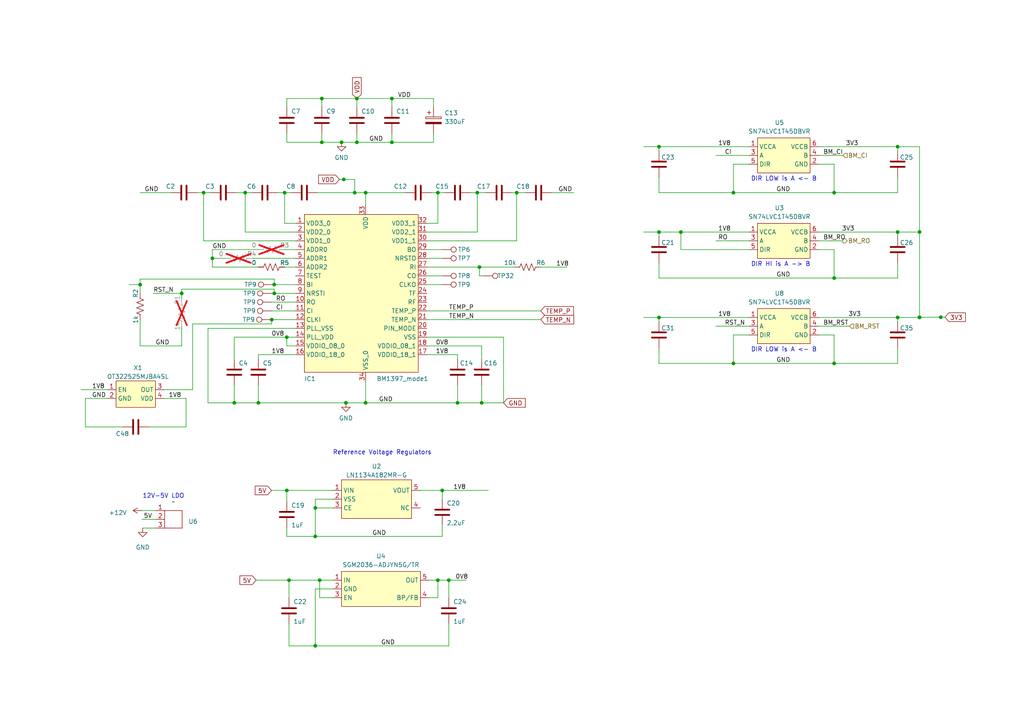
<source format=kicad_sch>
(kicad_sch (version 20230121) (generator eeschema)
  (paper "A4")
  (lib_symbols
    (symbol "5vldo:ldo"
      (property "Reference" "U" (at 0 0 0))
      (symbol "ldo_0_1"
        (rectangle (start -2.54 -7.62) (end 2.54 -7.62))
        (rectangle (start -2.54 -2.54) (end -2.54 -7.62))
        (rectangle (start -2.54 -2.54) (end 2.54 -2.54))
        (rectangle (start 2.54 -2.54) (end 2.54 -7.62))
      )
      (symbol "ldo_1_1"
        (pin input line (at -5.08 -2.54 0) (length 2.54) (name "") (number "1"))
        (pin input line (at -5.08 -5.08 0) (length 2.54) (name "") (number "2"))
        (pin input line (at -5.08 -7.62 0) (length 2.54) (name "") (number "3"))
      )
    )
    (symbol "Connector:TestPoint" (pin_numbers hide) (pin_names (offset 0.762) hide)
      (property "Reference" "TP" (at 0 6.858 0))
      (property "Value" "TestPoint" (at 0 5.08 0))
      (symbol "TestPoint_0_1"
        (circle (center 0 3.302) (radius 0.762))
      )
      (symbol "TestPoint_1_1"
        (pin passive line (at 0 0 90) (length 2.54) (name "1") (number "1"))
      )
    )
    (symbol "Device:C" (pin_numbers hide) (pin_names (offset 0.254))
      (property "Reference" "C" (at 0.635 2.54 0))
      (property "Value" "C" (at 0.635 -2.54 0))
      (symbol "C_0_1"
        (polyline (pts (xy -2.032 -0.762) (xy 2.032 -0.762)) (stroke (width 0.508)))
        (polyline (pts (xy -2.032 0.762) (xy 2.032 0.762)) (stroke (width 0.508)))
      )
      (symbol "C_1_1"
        (pin passive line (at 0 3.81 270) (length 2.794) (name "~") (number "1"))
        (pin passive line (at 0 -3.81 90) (length 2.794) (name "~") (number "2"))
      )
    )
    (symbol "Device:C_Polarized" (pin_numbers hide) (pin_names (offset 0.254))
      (property "Reference" "C" (at 0.635 2.54 0))
      (property "Value" "C_Polarized" (at 0.635 -2.54 0))
      (symbol "C_Polarized_0_1"
        (rectangle (start -2.286 0.508) (end 2.286 1.016))
        (polyline (pts (xy -1.778 2.286) (xy -0.762 2.286)))
        (polyline (pts (xy -1.27 2.794) (xy -1.27 1.778)))
        (rectangle (start 2.286 -0.508) (end -2.286 -1.016) (fill (type outline)))
      )
      (symbol "C_Polarized_1_1"
        (pin passive line (at 0 3.81 270) (length 2.794) (name "~") (number "1"))
        (pin passive line (at 0 -3.81 90) (length 2.794) (name "~") (number "2"))
      )
    )
    (symbol "Device:R_US" (pin_numbers hide) (pin_names (offset 0))
      (property "Reference" "R" (at 2.54 0 90))
      (property "Value" "R_US" (at -2.54 0 90))
      (symbol "R_US_0_1"
        (polyline (pts (xy 0 -2.286) (xy 0 -2.54)))
        (polyline (pts (xy 0 2.286) (xy 0 2.54)))
        (polyline (pts (xy 0 -0.762) (xy 1.016 -1.143) (xy 0 -1.524) (xy -1.016 -1.905) (xy 0 -2.286)))
        (polyline (pts (xy 0 0.762) (xy 1.016 0.381) (xy 0 0) (xy -1.016 -0.381) (xy 0 -0.762)))
        (polyline (pts (xy 0 2.286) (xy 1.016 1.905) (xy 0 1.524) (xy -1.016 1.143) (xy 0 0.762)))
      )
      (symbol "R_US_1_1"
        (pin passive line (at 0 3.81 270) (length 1.27) (name "~") (number "1"))
        (pin passive line (at 0 -3.81 90) (length 1.27) (name "~") (number "2"))
      )
    )
    (symbol "GND_1" (power) (pin_names (offset 0))
      (property "Value" "GND_1" (at 0 -3.81 0))
      (symbol "GND_1_0_1"
        (polyline (pts (xy 0 0) (xy 0 -1.27) (xy 1.27 -1.27) (xy 0 -2.54) (xy -1.27 -1.27) (xy 0 -1.27)))
      )
      (symbol "GND_1_1_1"
        (pin power_in line (at 0 0 270) (length 0) hide (name "GND") (number "1"))
      )
    )
    (symbol "bitaxe:BM1397_mode1"
      (property "Reference" "IC" (at -17.78 17.78 0))
      (property "Value" "BM1397_mode1" (at -17.78 -30.48 0))
      (symbol "BM1397_mode1_1_0"
        (pin bidirectional line (at -20.32 15.24 0) (length 2.54) (name "VDD3_0") (number "1"))
        (pin bidirectional line (at -20.32 -7.62 0) (length 2.54) (name "RO") (number "10"))
        (pin bidirectional line (at -20.32 -10.16 0) (length 2.54) (name "CI") (number "11"))
        (pin bidirectional line (at -20.32 -12.7 0) (length 2.54) (name "CLKI") (number "12"))
        (pin bidirectional line (at -20.32 -15.24 0) (length 2.54) (name "PLL_VSS") (number "13"))
        (pin bidirectional line (at -20.32 -17.78 0) (length 2.54) (name "PLL_VDD") (number "14"))
        (pin bidirectional line (at -20.32 -20.32 0) (length 2.54) (name "VDDIO_08_0") (number "15"))
        (pin bidirectional line (at -20.32 -22.86 0) (length 2.54) (name "VDDIO_18_0") (number "16"))
        (pin bidirectional line (at 17.78 -22.86 180) (length 2.54) (name "VDDIO_18_1") (number "17"))
        (pin bidirectional line (at 17.78 -20.32 180) (length 2.54) (name "VDDIO_08_1") (number "18"))
        (pin bidirectional line (at 17.78 -17.78 180) (length 2.54) (name "VSS") (number "19"))
        (pin bidirectional line (at -20.32 12.7 0) (length 2.54) (name "VDD2_0") (number "2"))
        (pin bidirectional line (at 17.78 -15.24 180) (length 2.54) (name "PIN_MODE") (number "20"))
        (pin bidirectional line (at 17.78 -12.7 180) (length 2.54) (name "TEMP_N") (number "21"))
        (pin bidirectional line (at 17.78 -10.16 180) (length 2.54) (name "TEMP_P") (number "22"))
        (pin bidirectional line (at 17.78 -7.62 180) (length 2.54) (name "RF") (number "23"))
        (pin bidirectional line (at 17.78 -5.08 180) (length 2.54) (name "TF") (number "24"))
        (pin bidirectional line (at 17.78 -2.54 180) (length 2.54) (name "CLKO") (number "25"))
        (pin bidirectional line (at 17.78 0 180) (length 2.54) (name "CO") (number "26"))
        (pin bidirectional line (at 17.78 2.54 180) (length 2.54) (name "RI") (number "27"))
        (pin bidirectional line (at 17.78 5.08 180) (length 2.54) (name "NRSTO") (number "28"))
        (pin bidirectional line (at 17.78 7.62 180) (length 2.54) (name "BO") (number "29"))
        (pin bidirectional line (at -20.32 10.16 0) (length 2.54) (name "VDD1_0") (number "3"))
        (pin bidirectional line (at 17.78 10.16 180) (length 2.54) (name "VDD1_1") (number "30"))
        (pin bidirectional line (at 17.78 12.7 180) (length 2.54) (name "VDD2_1") (number "31"))
        (pin bidirectional line (at 17.78 15.24 180) (length 2.54) (name "VDD3_1") (number "32"))
        (pin bidirectional line (at 0 20.32 270) (length 2.54) (name "VDD") (number "33"))
        (pin bidirectional line (at 0 -30.48 90) (length 2.54) (name "VSS_0") (number "34"))
        (pin bidirectional line (at -20.32 7.62 0) (length 2.54) (name "ADDR0") (number "4"))
        (pin bidirectional line (at -20.32 5.08 0) (length 2.54) (name "ADDR1") (number "5"))
        (pin bidirectional line (at -20.32 2.54 0) (length 2.54) (name "ADDR2") (number "6"))
        (pin bidirectional line (at -20.32 0 0) (length 2.54) (name "TEST") (number "7"))
        (pin bidirectional line (at -20.32 -2.54 0) (length 2.54) (name "BI") (number "8"))
        (pin bidirectional line (at -20.32 -5.08 0) (length 2.54) (name "NRSTI") (number "9"))
      )
      (symbol "BM1397_mode1_1_1"
        (rectangle (start -17.78 17.78) (end 15.24 -27.94) (stroke (width 0.1524)) (fill (type background)))
      )
    )
    (symbol "lcsc:LN1134A182MR-G"
      (property "Reference" "U" (at 0 7.62 0))
      (property "Value" "LN1134A182MR-G" (at 0 -7.62 0))
      (symbol "LN1134A182MR-G_0_1"
        (rectangle (start -10.16 5.59) (end 10.16 -5.59) (fill (type background)))
        (pin unspecified line (at -12.7 2.54 0) (length 2.54) (name "VIN") (number "1"))
        (pin unspecified line (at -12.7 0 0) (length 2.54) (name "VSS") (number "2"))
        (pin unspecified line (at -12.7 -2.54 0) (length 2.54) (name "CE") (number "3"))
        (pin unspecified line (at 12.7 -2.54 180) (length 2.54) (name "NC") (number "4"))
        (pin unspecified line (at 12.7 2.54 180) (length 2.54) (name "VOUT") (number "5"))
      )
    )
    (symbol "lcsc:OT322525MJBA4SL"
      (property "Reference" "X" (at -1.27 5.08 0))
      (property "Value" "OT322525MJBA4SL" (at 0 -6.35 0))
      (symbol "OT322525MJBA4SL_0_1"
        (rectangle (start -6.35 3.81) (end 5.08 -3.81) (fill (type background)))
        (pin unspecified line (at -8.89 1.27 0) (length 2.54) (name "EN") (number "1"))
        (pin unspecified line (at -8.89 -1.27 0) (length 2.54) (name "GND") (number "2"))
        (pin unspecified line (at 7.62 1.27 180) (length 2.54) (name "OUT") (number "3"))
        (pin unspecified line (at 7.62 -1.27 180) (length 2.54) (name "VDD") (number "4"))
      )
    )
    (symbol "lcsc:SGM2036-ADJYN5G_TR"
      (property "Reference" "U" (at 0 7.62 0))
      (property "Value" "SGM2036-ADJYN5G/TR" (at 0 -7.62 0))
      (symbol "SGM2036-ADJYN5G_TR_0_1"
        (rectangle (start -11.43 5.08) (end 11.43 -5.08) (fill (type background)))
        (pin unspecified line (at -13.97 2.54 0) (length 2.54) (name "IN") (number "1"))
        (pin unspecified line (at -13.97 0 0) (length 2.54) (name "GND") (number "2"))
        (pin unspecified line (at -13.97 -2.54 0) (length 2.54) (name "EN") (number "3"))
        (pin unspecified line (at 13.97 -2.54 180) (length 2.54) (name "BP/FB") (number "4"))
        (pin unspecified line (at 13.97 2.54 180) (length 2.54) (name "OUT") (number "5"))
      )
    )
    (symbol "lcsc:SN74LVC1T45DBVR"
      (property "Reference" "U" (at 0 7.62 0))
      (property "Value" "SN74LVC1T45DBVR" (at 0 -7.62 0))
      (symbol "SN74LVC1T45DBVR_0_1"
        (rectangle (start -6.35 5.08) (end 8.89 -5.08) (fill (type background)))
        (pin unspecified line (at -8.89 2.54 0) (length 2.54) (name "VCCA") (number "1"))
        (pin unspecified line (at 11.43 -2.54 180) (length 2.54) (name "GND") (number "2"))
        (pin unspecified line (at -8.89 0 0) (length 2.54) (name "A") (number "3"))
        (pin unspecified line (at 11.43 0 180) (length 2.54) (name "B") (number "4"))
        (pin unspecified line (at -8.89 -2.54 0) (length 2.54) (name "DIR") (number "5"))
        (pin unspecified line (at 11.43 2.54 180) (length 2.54) (name "VCCB") (number "6"))
      )
    )
    (symbol "power:+12V" (power) (pin_names (offset 0))
      (property "Value" "+12V" (at 0 3.556 0))
      (symbol "+12V_0_1"
        (polyline (pts (xy -0.762 1.27) (xy 0 2.54)))
        (polyline (pts (xy 0 0) (xy 0 2.54)))
        (polyline (pts (xy 0 2.54) (xy 0.762 1.27)))
      )
      (symbol "+12V_1_1"
        (pin power_in line (at 0 0 90) (length 0) hide (name "+12V") (number "1"))
      )
    )
    (symbol "power:GND" (power) (pin_names (offset 0))
      (property "Value" "GND" (at 0 -3.81 0))
      (symbol "GND_0_1"
        (polyline (pts (xy 0 0) (xy 0 -1.27) (xy 1.27 -1.27) (xy 0 -2.54) (xy -1.27 -1.27) (xy 0 -1.27)))
      )
      (symbol "GND_1_1"
        (pin power_in line (at 0 0 270) (length 0) hide (name "GND") (number "1"))
      )
    )
  )
  (junction (at 241.935 55.88))
  (junction (at 272.8722 91.9988))
  (junction (at 91.44 155.575))
  (junction (at 83.185 97.79))
  (junction (at 99.06 41.275))
  (junction (at 92.71 168.275))
  (junction (at 191.135 92.075))
  (junction (at 241.935 105.41))
  (junction (at 103.505 28.575) (diameter 0.9144))
  (junction (at 91.44 187.325))
  (junction (at 139.7 116.84))
  (junction (at 197.485 67.31))
  (junction (at 91.44 147.32))
  (junction (at 93.345 41.275) (diameter 0.9144))
  (junction (at 61.595 74.93))
  (junction (at 106.045 116.84))
  (junction (at 191.135 67.31))
  (junction (at 102.87 55.88))
  (junction (at 138.43 55.88))
  (junction (at 260.35 42.545))
  (junction (at 79.5528 85.09))
  (junction (at 82.55 55.88))
  (junction (at 99.695 52.0446))
  (junction (at 260.35 92.075))
  (junction (at 106.045 55.88))
  (junction (at 212.725 55.88))
  (junction (at 40.64 82.55))
  (junction (at 83.82 168.275))
  (junction (at 127 168.275))
  (junction (at 71.12 55.88))
  (junction (at 79.5274 82.55))
  (junction (at 113.665 41.275))
  (junction (at 130.175 168.275))
  (junction (at 103.505 41.275) (diameter 0.9144))
  (junction (at 266.7 92.075))
  (junction (at 266.7 92.0242))
  (junction (at 241.935 80.645))
  (junction (at 93.345 28.575) (diameter 0.9144))
  (junction (at 113.665 28.575))
  (junction (at 266.7 67.2846))
  (junction (at 260.35 67.31))
  (junction (at 100.33 116.84))
  (junction (at 132.715 116.84))
  (junction (at 191.135 42.545))
  (junction (at 78.8162 92.71))
  (junction (at 149.86 55.88))
  (junction (at 212.725 105.41))
  (junction (at 127 55.88))
  (junction (at 74.93 116.84))
  (junction (at 59.055 55.88))
  (junction (at 139.065 77.47))
  (junction (at 52.705 85.09))
  (junction (at 128.27 142.24))
  (junction (at 83.185 142.24))
  (junction (at 67.945 116.84))
  (wire (pts (xy 67.945 104.14) (xy 67.945 97.79)))
  (wire (pts (xy 100.33 116.84) (xy 106.045 116.84)))
  (wire (pts (xy 121.92 142.24) (xy 128.27 142.24)))
  (wire (pts (xy 79.5274 80.9498) (xy 40.64 80.9498)))
  (wire (pts (xy 139.065 77.47) (xy 149.225 77.47)))
  (wire (pts (xy 106.045 116.84) (xy 106.045 110.49)))
  (wire (pts (xy 99.695 52.0446) (xy 102.87 52.07)))
  (wire (pts (xy 160.02 55.88) (xy 166.37 55.88)))
  (wire (pts (xy 103.505 31.115) (xy 103.505 28.575)))
  (wire (pts (xy 71.12 55.88) (xy 73.025 55.88)))
  (wire (pts (xy 93.345 41.275) (xy 83.185 41.275)))
  (wire (pts (xy 91.44 170.815) (xy 91.44 187.325)))
  (wire (pts (xy 266.7 92.0242) (xy 266.7 92.075)))
  (wire (pts (xy 85.725 69.85) (xy 59.055 69.85)))
  (wire (pts (xy 60.325 116.84) (xy 67.945 116.84)))
  (wire (pts (xy 123.825 90.17) (xy 156.845 90.17)))
  (wire (pts (xy 113.665 28.575) (xy 115.3668 28.5496)))
  (wire (pts (xy 71.12 67.31) (xy 71.12 55.88)))
  (wire (pts (xy 24.765 123.825) (xy 35.56 123.825)))
  (wire (pts (xy 83.185 97.79) (xy 85.725 97.79)))
  (wire (pts (xy 191.135 92.075) (xy 217.17 92.075)))
  (wire (pts (xy 139.7 116.84) (xy 146.05 116.84)))
  (wire (pts (xy 91.44 147.32) (xy 91.44 155.575)))
  (wire (pts (xy 130.175 180.975) (xy 130.175 187.325)))
  (wire (pts (xy 37.465 82.55) (xy 40.64 82.55)))
  (wire (pts (xy 41.148 150.622) (xy 45.212 150.622)))
  (wire (pts (xy 59.055 55.88) (xy 60.96 55.88)))
  (wire (pts (xy 191.135 76.2) (xy 191.135 80.645)))
  (wire (pts (xy 266.7 92.0242) (xy 272.8722 91.9988)))
  (wire (pts (xy 237.49 92.075) (xy 260.35 92.075)))
  (wire (pts (xy 53.975 115.57) (xy 47.625 115.57)))
  (wire (pts (xy 266.7 92.075) (xy 266.7508 92.075)))
  (wire (pts (xy 128.27 142.24) (xy 128.27 144.78)))
  (wire (pts (xy 106.045 116.84) (xy 132.715 116.84)))
  (wire (pts (xy 93.345 28.575) (xy 103.505 28.575)))
  (wire (pts (xy 197.485 67.31) (xy 197.485 72.39)))
  (wire (pts (xy 78.74 142.24) (xy 83.185 142.24)))
  (wire (pts (xy 93.345 31.115) (xy 93.345 28.575)))
  (wire (pts (xy 113.665 31.115) (xy 113.665 28.575)))
  (wire (pts (xy 212.725 47.625) (xy 212.725 55.88)))
  (wire (pts (xy 67.945 97.79) (xy 83.185 97.79)))
  (wire (pts (xy 59.055 69.85) (xy 59.055 55.88)))
  (wire (pts (xy 197.485 67.31) (xy 217.17 67.31)))
  (wire (pts (xy 237.49 94.615) (xy 246.38 94.615)))
  (wire (pts (xy 148.59 55.88) (xy 149.86 55.88)))
  (wire (pts (xy 40.64 100.33) (xy 52.705 100.33)))
  (wire (pts (xy 139.7 100.33) (xy 139.7 104.14)))
  (wire (pts (xy 138.43 67.31) (xy 138.43 55.88)))
  (wire (pts (xy 73.025 74.93) (xy 85.725 74.93)))
  (wire (pts (xy 113.665 41.275) (xy 103.505 41.275)))
  (wire (pts (xy 139.7 111.76) (xy 139.7 116.84)))
  (wire (pts (xy 85.725 67.31) (xy 71.12 67.31)))
  (wire (pts (xy 191.135 92.075) (xy 191.135 93.345)))
  (wire (pts (xy 99.06 41.275) (xy 93.345 41.275)))
  (wire (pts (xy 149.86 69.85) (xy 149.86 55.88)))
  (wire (pts (xy 67.945 111.76) (xy 67.945 116.84)))
  (wire (pts (xy 260.35 42.545) (xy 266.7 42.545)))
  (wire (pts (xy 123.825 69.85) (xy 149.86 69.85)))
  (wire (pts (xy 191.135 67.31) (xy 191.135 68.58)))
  (wire (pts (xy 127 168.275) (xy 127 173.355)))
  (wire (pts (xy 132.715 102.87) (xy 132.715 104.14)))
  (wire (pts (xy 266.7 42.545) (xy 266.7 67.2846)))
  (wire (pts (xy 31.115 115.57) (xy 24.765 115.57)))
  (wire (pts (xy 61.595 77.47) (xy 74.93 77.47)))
  (wire (pts (xy 83.185 155.575) (xy 91.44 155.575)))
  (wire (pts (xy 146.05 97.79) (xy 123.825 97.79)))
  (wire (pts (xy 78.486 92.71) (xy 78.8162 92.71)))
  (wire (pts (xy 186.69 42.545) (xy 191.135 42.545)))
  (wire (pts (xy 96.52 144.78) (xy 91.44 144.78)))
  (wire (pts (xy 123.825 72.39) (xy 128.27 72.39)))
  (wire (pts (xy 125.73 31.115) (xy 125.73 28.575)))
  (wire (pts (xy 44.45 85.09) (xy 52.705 85.09)))
  (wire (pts (xy 98.4504 52.0446) (xy 99.695 52.0446)))
  (wire (pts (xy 237.49 47.625) (xy 241.935 47.625)))
  (wire (pts (xy 83.185 153.035) (xy 83.185 155.575)))
  (wire (pts (xy 237.49 67.31) (xy 260.35 67.31)))
  (wire (pts (xy 260.35 67.31) (xy 266.7 67.31)))
  (wire (pts (xy 24.765 115.57) (xy 24.765 123.825)))
  (wire (pts (xy 212.725 55.88) (xy 241.935 55.88)))
  (wire (pts (xy 91.44 187.325) (xy 83.82 187.325)))
  (wire (pts (xy 74.93 102.87) (xy 85.725 102.87)))
  (wire (pts (xy 140.335 80.01) (xy 139.065 80.01)))
  (wire (pts (xy 103.505 28.575) (xy 113.665 28.575)))
  (wire (pts (xy 78.8162 92.71) (xy 85.725 92.71)))
  (wire (pts (xy 217.17 72.39) (xy 197.485 72.39)))
  (wire (pts (xy 241.935 55.88) (xy 260.35 55.88)))
  (wire (pts (xy 260.35 92.075) (xy 260.35 93.345)))
  (wire (pts (xy 82.55 77.47) (xy 85.725 77.47)))
  (wire (pts (xy 78.994 82.55) (xy 79.5274 82.55)))
  (wire (pts (xy 92.71 168.275) (xy 96.52 168.275)))
  (wire (pts (xy 78.8162 93.9546) (xy 55.88 93.9546)))
  (wire (pts (xy 52.705 83.8708) (xy 52.705 85.09)))
  (wire (pts (xy 83.185 100.33) (xy 83.185 97.79)))
  (wire (pts (xy 124.46 168.275) (xy 127 168.275)))
  (wire (pts (xy 217.17 47.625) (xy 212.725 47.625)))
  (wire (pts (xy 82.55 72.39) (xy 85.725 72.39)))
  (wire (pts (xy 132.715 111.76) (xy 132.715 116.84)))
  (wire (pts (xy 146.05 116.84) (xy 146.05 97.79)))
  (wire (pts (xy 123.825 102.87) (xy 132.715 102.87)))
  (wire (pts (xy 96.52 170.815) (xy 91.44 170.815)))
  (wire (pts (xy 123.825 82.55) (xy 128.27 82.55)))
  (wire (pts (xy 212.725 97.155) (xy 212.725 105.41)))
  (wire (pts (xy 113.665 41.275) (xy 125.73 41.275)))
  (wire (pts (xy 260.35 80.645) (xy 260.35 76.2)))
  (wire (pts (xy 274.0914 91.9988) (xy 272.8722 91.9988)))
  (wire (pts (xy 207.645 45.085) (xy 217.17 45.085)))
  (wire (pts (xy 191.135 51.435) (xy 191.135 55.88)))
  (wire (pts (xy 41.148 148.082) (xy 45.212 148.082)))
  (wire (pts (xy 47.625 113.03) (xy 55.88 113.03)))
  (wire (pts (xy 85.725 64.77) (xy 82.55 64.77)))
  (wire (pts (xy 52.705 94.615) (xy 52.705 100.33)))
  (wire (pts (xy 57.15 55.88) (xy 59.055 55.88)))
  (wire (pts (xy 93.345 38.735) (xy 93.345 41.275)))
  (wire (pts (xy 127 168.275) (xy 130.175 168.275)))
  (wire (pts (xy 92.71 173.355) (xy 92.71 168.275)))
  (wire (pts (xy 79.5528 85.09) (xy 79.5528 83.8708)))
  (wire (pts (xy 85.725 100.33) (xy 83.185 100.33)))
  (wire (pts (xy 78.74 90.17) (xy 85.725 90.17)))
  (wire (pts (xy 123.825 64.77) (xy 127 64.77)))
  (wire (pts (xy 103.505 41.275) (xy 99.06 41.275)))
  (wire (pts (xy 123.825 74.93) (xy 128.27 74.93)))
  (wire (pts (xy 127 55.88) (xy 128.905 55.88)))
  (wire (pts (xy 241.935 47.625) (xy 241.935 55.88)))
  (wire (pts (xy 139.065 80.01) (xy 139.065 77.47)))
  (wire (pts (xy 74.93 111.76) (xy 74.93 116.84)))
  (wire (pts (xy 191.135 67.31) (xy 197.485 67.31)))
  (wire (pts (xy 132.715 116.84) (xy 139.7 116.84)))
  (wire (pts (xy 237.49 97.155) (xy 241.935 97.155)))
  (wire (pts (xy 79.5528 83.8708) (xy 52.705 83.8708)))
  (wire (pts (xy 102.87 52.07) (xy 102.87 55.88)))
  (wire (pts (xy 130.175 168.275) (xy 130.175 173.355)))
  (wire (pts (xy 43.18 123.825) (xy 53.975 123.825)))
  (wire (pts (xy 212.725 105.41) (xy 241.935 105.41)))
  (wire (pts (xy 80.645 55.88) (xy 82.55 55.88)))
  (wire (pts (xy 96.52 173.355) (xy 92.71 173.355)))
  (wire (pts (xy 23.495 113.03) (xy 31.115 113.03)))
  (wire (pts (xy 78.8162 92.71) (xy 78.8162 93.9546)))
  (wire (pts (xy 91.44 147.32) (xy 96.52 147.32)))
  (wire (pts (xy 113.665 38.735) (xy 113.665 41.275)))
  (wire (pts (xy 53.975 123.825) (xy 53.975 115.57)))
  (wire (pts (xy 149.86 55.88) (xy 152.4 55.88)))
  (wire (pts (xy 237.49 42.545) (xy 260.35 42.545)))
  (wire (pts (xy 91.44 155.575) (xy 128.27 155.575)))
  (wire (pts (xy 83.82 187.325) (xy 83.82 180.975)))
  (wire (pts (xy 40.64 92.71) (xy 40.64 100.33)))
  (wire (pts (xy 83.185 28.575) (xy 93.345 28.575)))
  (wire (pts (xy 207.645 69.85) (xy 217.17 69.85)))
  (wire (pts (xy 40.64 82.55) (xy 40.64 85.09)))
  (wire (pts (xy 191.135 105.41) (xy 212.725 105.41)))
  (wire (pts (xy 91.44 187.325) (xy 130.175 187.325)))
  (wire (pts (xy 40.64 55.88) (xy 49.53 55.88)))
  (wire (pts (xy 241.935 80.645) (xy 260.35 80.645)))
  (wire (pts (xy 74.93 104.14) (xy 74.93 102.87)))
  (wire (pts (xy 266.7 67.2846) (xy 266.7 92.0242)))
  (wire (pts (xy 106.045 55.88) (xy 106.045 59.69)))
  (wire (pts (xy 99.695 52.07) (xy 99.695 52.0446)))
  (wire (pts (xy 78.74 87.63) (xy 85.725 87.63)))
  (wire (pts (xy 272.923 91.948) (xy 272.8722 91.9988)))
  (wire (pts (xy 191.135 80.645) (xy 241.935 80.645)))
  (wire (pts (xy 128.27 142.24) (xy 141.605 142.24)))
  (wire (pts (xy 102.87 55.88) (xy 106.045 55.88)))
  (wire (pts (xy 78.74 85.09) (xy 79.5528 85.09)))
  (wire (pts (xy 68.58 55.88) (xy 71.12 55.88)))
  (wire (pts (xy 123.825 100.33) (xy 139.7 100.33)))
  (wire (pts (xy 61.595 74.93) (xy 61.595 77.47)))
  (wire (pts (xy 79.5274 82.55) (xy 79.5274 80.9498)))
  (wire (pts (xy 91.44 144.78) (xy 91.44 147.32)))
  (wire (pts (xy 130.175 168.275) (xy 135.255 168.275)))
  (wire (pts (xy 79.5528 85.09) (xy 85.725 85.09)))
  (wire (pts (xy 83.185 31.115) (xy 83.185 28.575)))
  (wire (pts (xy 74.93 72.39) (xy 61.595 72.39)))
  (wire (pts (xy 241.935 97.155) (xy 241.935 105.41)))
  (wire (pts (xy 117.475 55.88) (xy 106.045 55.88)))
  (wire (pts (xy 241.935 105.41) (xy 260.35 105.41)))
  (wire (pts (xy 83.185 38.735) (xy 83.185 41.275)))
  (wire (pts (xy 83.185 142.24) (xy 96.52 142.24)))
  (wire (pts (xy 266.7 67.2846) (xy 266.7508 67.2846)))
  (wire (pts (xy 103.505 38.735) (xy 103.505 41.275)))
  (wire (pts (xy 260.35 55.88) (xy 260.35 51.435)))
  (wire (pts (xy 237.49 72.39) (xy 241.935 72.39)))
  (wire (pts (xy 191.135 42.545) (xy 191.135 43.815)))
  (wire (pts (xy 41.402 153.162) (xy 45.212 153.162)))
  (wire (pts (xy 260.35 92.075) (xy 266.7 92.075)))
  (wire (pts (xy 237.49 69.85) (xy 244.475 69.85)))
  (wire (pts (xy 82.55 55.88) (xy 84.455 55.88)))
  (wire (pts (xy 186.69 67.31) (xy 191.135 67.31)))
  (wire (pts (xy 127 64.77) (xy 127 55.88)))
  (wire (pts (xy 186.69 92.075) (xy 191.135 92.075)))
  (wire (pts (xy 207.645 94.615) (xy 217.17 94.615)))
  (wire (pts (xy 123.825 67.31) (xy 138.43 67.31)))
  (wire (pts (xy 191.135 100.965) (xy 191.135 105.41)))
  (wire (pts (xy 123.825 77.47) (xy 139.065 77.47)))
  (wire (pts (xy 191.135 55.88) (xy 212.725 55.88)))
  (wire (pts (xy 191.135 42.545) (xy 217.17 42.545)))
  (wire (pts (xy 123.825 80.01) (xy 128.27 80.01)))
  (wire (pts (xy 40.64 80.9498) (xy 40.64 82.55)))
  (wire (pts (xy 52.705 85.09) (xy 52.705 86.995)))
  (wire (pts (xy 272.8722 91.9988) (xy 272.923 92.0242)))
  (wire (pts (xy 237.49 45.085) (xy 244.475 45.085)))
  (wire (pts (xy 55.88 93.9546) (xy 55.88 113.03)))
  (wire (pts (xy 115.3668 28.5496) (xy 125.73 28.575)))
  (wire (pts (xy 67.945 116.84) (xy 74.93 116.84)))
  (wire (pts (xy 83.185 142.24) (xy 83.185 145.415)))
  (wire (pts (xy 79.5274 82.55) (xy 85.725 82.55)))
  (wire (pts (xy 260.35 42.545) (xy 260.35 43.815)))
  (wire (pts (xy 61.595 74.93) (xy 65.405 74.93)))
  (wire (pts (xy 82.55 55.88) (xy 82.55 64.77)))
  (wire (pts (xy 138.43 55.88) (xy 140.97 55.88)))
  (wire (pts (xy 156.845 77.47) (xy 164.465 77.47)))
  (wire (pts (xy 125.73 38.735) (xy 125.73 41.275)))
  (wire (pts (xy 83.82 168.275) (xy 92.71 168.275)))
  (wire (pts (xy 260.35 105.41) (xy 260.35 100.965)))
  (wire (pts (xy 83.82 168.275) (xy 83.82 173.355)))
  (wire (pts (xy 217.17 97.155) (xy 212.725 97.155)))
  (wire (pts (xy 241.935 72.39) (xy 241.935 80.645)))
  (wire (pts (xy 128.27 155.575) (xy 128.27 152.4)))
  (wire (pts (xy 136.525 55.88) (xy 138.43 55.88)))
  (wire (pts (xy 260.35 67.31) (xy 260.35 68.58)))
  (wire (pts (xy 60.325 95.25) (xy 60.325 116.84)))
  (wire (pts (xy 60.325 95.25) (xy 85.725 95.25)))
  (wire (pts (xy 123.825 92.71) (xy 156.845 92.71)))
  (wire (pts (xy 74.93 116.84) (xy 100.33 116.84)))
  (wire (pts (xy 125.095 55.88) (xy 127 55.88)))
  (wire (pts (xy 61.595 72.39) (xy 61.595 74.93)))
  (wire (pts (xy 92.075 55.88) (xy 102.87 55.88)))
  (wire (pts (xy 124.46 173.355) (xy 127 173.355)))
  (wire (pts (xy 74.295 168.275) (xy 83.82 168.275)))
  (text "Reference Voltage Regulators" (at 96.52 132.08 0) (effects (font (size 1.27 1.27)) (justify left bottom)))
  (text "12V-5V LDO" (at 41.3258 144.7038 0) (effects (font (size 1.27 1.27)) (justify left bottom)))
  (text "DIR HI is A -> B" (at 217.805 77.47 0) (effects (font (size 1.27 1.27)) (justify left bottom)))
  (text "DIR LOW is A <- B" (at 217.805 52.705 0) (effects (font (size 1.27 1.27)) (justify left bottom)))
  (text "DIR LOW is A <- B" (at 217.805 102.235 0) (effects (font (size 1.27 1.27)) (justify left bottom)))
  (label "RO" (at 80.01 87.63 0))
  (label "GND" (at 111.125 41.275 180))
  (label "BM_RO" (at 238.76 69.85 0))
  (label "BM_RST" (at 238.76 94.615 0))
  (label "CI" (at 210.185 45.085 0))
  (label "3V3" (at 245.2624 42.545 0))
  (label "GND" (at 26.67 115.57 0))
  (label "GND" (at 41.91 55.88 0))
  (label "1V8" (at 131.445 142.24 0))
  (label "GND" (at 110.49 187.325 0))
  (label "BM_CI" (at 238.76 45.085 0))
  (label "1V8" (at 26.67 113.03 0))
  (label "GND" (at 45.085 100.33 0))
  (label "3V3" (at 244.1448 67.31 0))
  (label "RO" (at 208.28 69.85 0))
  (label "5V" (at 41.656 150.622 0))
  (label "3V3" (at 246.0244 92.075 0))
  (label "GND" (at 107.95 155.575 0))
  (label "1V8" (at 208.28 42.545 0))
  (label "RST_N" (at 44.45 85.09 0))
  (label "GND" (at 109.855 116.84 0))
  (label "CI" (at 80.01 90.17 0))
  (label "1V8" (at 208.28 92.075 0))
  (label "VDD" (at 115.3668 28.5496 0))
  (label "GND" (at 61.595 72.39 0))
  (label "GND" (at 229.235 80.645 180))
  (label "GND" (at 229.235 55.88 180))
  (label "GND" (at 161.925 55.88 0))
  (label "TEMP_P" (at 130.175 90.17 0))
  (label "1V8" (at 208.28 67.31 0))
  (label "0V8" (at 78.74 97.79 0))
  (label "RST_N" (at 210.185 94.615 0))
  (label "TEMP_N" (at 130.175 92.71 0))
  (label "1V8" (at 78.74 102.87 0))
  (label "1V8" (at 161.29 77.47 0))
  (label "0V8" (at 126.365 100.33 0))
  (label "GND" (at 229.235 105.41 180))
  (label "0V8" (at 132.08 168.275 0))
  (label "1V8" (at 126.365 102.87 0))
  (label "1V8" (at 48.895 115.57 0))
  (global_label "3V3" (shape input) (at 274.0914 91.9988 0) (property "Intersheetrefs" "${INTERSHEET_REFS}" (effects hide)))
  (global_label "TEMP_P" (shape input) (at 156.845 90.17 0) (property "Intersheetrefs" "${INTERSHEET_REFS}" (effects hide)))
  (global_label "5V" (shape input) (at 78.74 142.24 180) (property "Intersheetrefs" "${INTERSHEET_REFS}" (effects hide)))
  (global_label "GND" (shape input) (at 146.05 116.84 0) (property "Intersheetrefs" "${INTERSHEET_REFS}" (effects hide)))
  (global_label "VDD" (shape input) (at 103.505 28.5496 90) (property "Intersheetrefs" "${INTERSHEET_REFS}" (effects hide)))
  (global_label "5V" (shape input) (at 74.295 168.275 180) (property "Intersheetrefs" "${INTERSHEET_REFS}" (effects hide)))
  (global_label "VDD" (shape input) (at 98.4504 52.0446 180) (property "Intersheetrefs" "${INTERSHEET_REFS}" (effects hide)))
  (global_label "TEMP_N" (shape input) (at 156.845 92.71 0) (property "Intersheetrefs" "${INTERSHEET_REFS}" (effects hide)))
  (hierarchical_label "BM_CI" (shape input) (at 244.475 45.085 0))
  (hierarchical_label "BM_RST" (shape input) (at 246.38 94.615 0))
  (hierarchical_label "BM_RO" (shape output) (at 244.475 69.85 0))
  (symbol (lib_id "lcsc:SGM2036-ADJYN5G_TR") (at 110.49 170.815 0) (unit 1)
    (property "Reference" "U4" (at 110.49 161.29 0))
    (property "Value" "SGM2036-ADJYN5G/TR" (at 110.49 163.83 0))
    (property "Footprint" "EASYEDA2KICAD:SOT-23-5_L3.0-W1.7-P0.95-LS2.8-BR" (effects hide))
    (property "Datasheet" "https://lcsc.com/product-detail/Others_SG-Micro-SGM2036-ADJYN5G-TR_C194594.html" (effects hide))
    (property "Manufacturer" "SGMICRO(圣邦微)" (effects hide))
    (property "LCSC Part" "C194594" (effects hide))
    (property "JLC Part" "Extended Part" (effects hide))
  )
  (symbol (lib_id "Device:C") (at 93.345 34.925 0) (unit 1)
    (property "Reference" "C9" (at 94.615 33.02 0) (effects (justify left bottom)))
    (property "Value" "0.1uF" (at 94.615 38.1 0) (effects (justify left bottom)))
    (property "Footprint" "Capacitor_SMD:C_0402_1005Metric" (effects hide))
    (property "Value" "311-3342-1-ND" (effects hide))
    (property "DK" "1292-1639-1-ND" (effects hide))
    (property "PARTNO" "0402X104K100CT" (effects hide))
  )
  (symbol (lib_id "Device:R_US") (at 153.035 77.47 90) (unit 1)
    (property "Reference" "R6" (at 156.845 76.2 90))
    (property "Value" "10k" (at 147.955 76.2 90))
    (property "Footprint" "Resistor_SMD:R_0402_1005Metric" (effects hide))
    (property "DK" "311-10KJRCT-ND" (effects hide))
    (property "PARTNO" "RC0402JR-0710KL" (effects hide))
  )
  (symbol (lib_id "Device:C") (at 260.35 72.39 0) (unit 1)
    (property "Reference" "C26" (at 260.985 71.12 0) (effects (justify left bottom)))
    (property "Value" "0.1uF" (at 260.985 76.2 0) (effects (justify left bottom)))
    (property "Footprint" "Capacitor_SMD:C_0402_1005Metric" (effects hide))
    (property "Value" "311-3342-1-ND" (effects hide))
    (property "DK" "1292-1639-1-ND" (effects hide))
    (property "PARTNO" "0402X104K100CT" (effects hide))
    (instances (project "Hashat" (path "" (reference "C26") (unit 1))) (project "VooDoo 4x PCIe" (path "" (reference "C26") (unit 1))) (project "bitaxeMax" (path "" (reference "C21") (unit 1))))
  )
  (symbol (lib_id "Device:C") (at 83.185 149.225 0) (unit 1)
    (property "Reference" "C19" (at 84.455 147.32 0) (effects (justify left bottom)))
    (property "Value" "1uF" (at 84.455 153.035 0) (effects (justify left bottom)))
    (property "Footprint" "Capacitor_SMD:C_0402_1005Metric" (effects hide))
    (property "DK" "587-5514-1-ND" (effects hide))
    (property "PARTNO" "EMK105BJ105MV-F" (effects hide))
    (instances (project "Hashat" (path "" (reference "C19") (unit 1))) (project "VooDoo 4x PCIe" (path "" (reference "C19") (unit 1))) (project "bitaxeMax" (path "" (reference "C25") (unit 1))))
  )
  (symbol (lib_id "power:GND") (at 100.33 116.84 0) (mirror y) (unit 1)
    (property "Reference" "#PWR04" (effects hide))
    (property "Value" "GND" (at 100.33 121.285 0))
    (instances (project "Hashat" (path "" (reference "#PWR04") (unit 1))) (project "VooDoo 4x PCIe" (path "" (reference "#PWR0102") (unit 1))) (project "bitaxeMax" (path "" (reference "#PWR02") (unit 1))))
  )
  (symbol (lib_id "Device:C") (at 132.715 55.88 90) (unit 1)
    (property "Reference" "C15" (at 130.175 53.34 90) (effects (justify left bottom)))
    (property "Value" "1uF" (at 131.445 56.515 90) (effects (justify left bottom)))
    (property "Footprint" "Capacitor_SMD:C_0402_1005Metric" (effects hide))
    (property "Value" "587-5514-1-ND" (effects hide))
    (property "DK" "587-5514-1-ND" (effects hide))
    (property "PARTNO" "EMK105BJ105MV-F" (effects hide))
  )
  (symbol (lib_id "Device:C") (at 128.27 148.59 0) (unit 1)
    (property "Reference" "C20" (at 129.54 146.685 0) (effects (justify left bottom)))
    (property "Value" "2.2uF" (at 129.54 152.4 0) (effects (justify left bottom)))
    (property "Footprint" "Capacitor_SMD:C_0402_1005Metric" (effects hide))
    (instances (project "Hashat" (path "" (reference "C20") (unit 1))) (project "VooDoo 4x PCIe" (path "" (reference "C20") (unit 1))) (project "bitaxeMax" (path "" (reference "C25") (unit 1))))
  )
  (symbol (lib_id "Connector:TestPoint") (at 78.74 90.17 90) (mirror x) (unit 1)
    (property "Reference" "TP9" (at 72.39 90.17 90))
    (property "Value" "TestPoint" (effects hide))
    (property "Footprint" "TestPoint:TestPoint_Pad_D1.5mm" (effects hide))
    (property "DNP" "T" (effects hide))
    (instances (project "Hashat" (path "" (reference "TP9") (unit 1))) (project "VooDoo 4x PCIe" (path "" (reference "CI1") (unit 1))) (project "bitaxeMax" (path "" (reference "TP9") (unit 1))))
  )
  (symbol (lib_id "Device:R_US") (at 52.705 90.805 180) (unit 1) (dnp yes)
    (property "Reference" "R1" (at 51.435 86.995 90))
    (property "Value" "1k" (at 51.435 94.615 90))
    (property "Footprint" "Resistor_SMD:R_0402_1005Metric" (effects hide))
    (property "DK" "YAG2306CT-ND" (effects hide))
  )
  (symbol (lib_id "Device:R_US") (at 40.64 88.9 180) (unit 1)
    (property "Reference" "R2" (at 39.37 85.09 90))
    (property "Value" "1k" (at 39.37 92.71 90))
    (property "Footprint" "Resistor_SMD:R_0402_1005Metric" (effects hide))
    (property "DK" "YAG2306CT-ND" (effects hide))
    (instances (project "Hashat" (path "" (reference "R2") (unit 1))) (project "VooDoo 4x PCIe" (path "" (reference "R2") (unit 1))) (project "bitaxeMax" (path "" (reference "R1") (unit 1))))
  )
  (symbol (lib_id "Connector:TestPoint") (at 128.27 74.93 270) (mirror x) (unit 1)
    (property "Reference" "TP7" (at 134.62 74.93 90))
    (property "Value" "TestPoint" (effects hide))
    (property "Footprint" "TestPoint:TestPoint_Pad_D1.5mm" (effects hide))
    (property "DNP" "T" (effects hide))
    (instances (project "Hashat" (path "" (reference "TP7") (unit 1))) (project "VooDoo 4x PCIe" (path "" (reference "RSTO1") (unit 1))) (project "bitaxeMax" (path "" (reference "TP7") (unit 1))))
  )
  (symbol (lib_id "Device:C") (at 83.185 34.925 0) (unit 1)
    (property "Reference" "C7" (at 84.455 33.02 0) (effects (justify left bottom)))
    (property "Value" "0.1uF" (at 84.455 38.1 0) (effects (justify left bottom)))
    (property "Footprint" "Capacitor_SMD:C_0402_1005Metric" (effects hide))
    (property "Value" "311-3342-1-ND" (effects hide))
    (property "DK" "1292-1639-1-ND" (effects hide))
    (property "PARTNO" "0402X104K100CT" (effects hide))
  )
  (symbol (lib_id "Device:R_US") (at 69.215 74.93 90) (unit 1) (dnp yes)
    (property "Reference" "R4" (at 73.025 73.66 90))
    (property "Value" "0" (at 64.135 73.66 90))
    (property "Footprint" "Resistor_SMD:R_0402_1005Metric" (effects hide))
    (instances (project "Hashat" (path "" (reference "R4") (unit 1))) (project "VooDoo 4x PCIe" (path "" (reference "R4") (unit 1))) (project "bitaxeMax" (path "" (reference "R6") (unit 1))))
  )
  (symbol (lib_id "Connector:TestPoint") (at 140.335 80.01 270) (mirror x) (unit 1)
    (property "Reference" "TP32" (at 146.685 80.01 90))
    (property "Value" "TestPoint" (effects hide))
    (property "Footprint" "TestPoint:TestPoint_Pad_D1.5mm" (effects hide))
    (property "DNP" "T" (effects hide))
    (instances (project "Hashat" (path "" (reference "TP32") (unit 1))) (project "VooDoo 4x PCIe" (path "" (reference "RI1") (unit 1))) (project "bitaxeMax" (path "" (reference "TP32") (unit 1))))
  )
  (symbol (lib_id "lcsc:OT322525MJBA4SL") (at 40.005 114.3 0) (unit 1)
    (property "Reference" "X1" (at 40.005 106.68 0))
    (property "Value" "OT322525MJBA4SL" (at 40.005 109.22 0))
    (property "Footprint" "EASYEDA2KICAD:OSC-SMD_4P-L3.2-W2.5-BL" (effects hide))
    (property "Datasheet" "https://lcsc.com/product-detail/SMD-Oscillators-XO_Yangxing-Tech-OT322525MJBA4SL_C669088.html" (effects hide))
    (property "Manufacturer" "YXC(扬兴晶振)" (effects hide))
    (property "LCSC Part" "C669088" (effects hide))
    (property "JLC Part" "Extended Part" (effects hide))
  )
  (symbol (lib_id "Device:C") (at 53.34 55.88 90) (unit 1)
    (property "Reference" "C2" (at 50.8 53.34 90) (effects (justify left bottom)))
    (property "Value" "1uF" (at 52.07 56.515 90) (effects (justify left bottom)))
    (property "Footprint" "Capacitor_SMD:C_0402_1005Metric" (effects hide))
    (property "Value" "587-5514-1-ND" (effects hide))
    (property "DK" "587-5514-1-ND" (effects hide))
    (property "PARTNO" "EMK105BJ105MV-F" (effects hide))
  )
  (symbol (lib_id "lcsc:SN74LVC1T45DBVR") (at 226.06 45.085 0) (unit 1)
    (property "Reference" "U5" (at 226.06 35.56 0))
    (property "Value" "SN74LVC1T45DBVR" (at 226.06 38.1 0))
    (property "Footprint" "EASYEDA2KICAD:SOT-23-6_L2.9-W1.6-P0.95-LS2.8-BR" (effects hide))
    (property "Datasheet" "https://lcsc.com/product-detail/74-Series_TI_SN74LVC1T45DBVR_SN74LVC1T45DBVR_C7843.html" (effects hide))
    (property "Manufacturer" "TI(德州仪器)" (effects hide))
    (property "LCSC Part" "C7843" (effects hide))
    (property "JLC Part" "Extended Part" (effects hide))
  )
  (symbol (lib_id "bitaxe:BM1397_mode1") (at 106.045 80.01 0) (unit 1)
    (property "Reference" "IC1" (at 88.265 109.855 0) (effects (justify left)))
    (property "Value" "BM1397_mode1" (at 109.22 109.855 0) (effects (justify left)))
    (property "Footprint" "DOWNLOADED:BM1397" (effects hide))
    (property "DNP" "T" (effects hide))
  )
  (symbol (lib_id "Device:C") (at 156.21 55.88 90) (unit 1)
    (property "Reference" "C18" (at 153.67 53.34 90) (effects (justify left bottom)))
    (property "Value" "1uF" (at 154.94 56.515 90) (effects (justify left bottom)))
    (property "Footprint" "Capacitor_SMD:C_0402_1005Metric" (effects hide))
    (property "Value" "587-5514-1-ND" (effects hide))
    (property "DK" "587-5514-1-ND" (effects hide))
    (property "PARTNO" "EMK105BJ105MV-F" (effects hide))
  )
  (symbol (lib_id "Device:R_US") (at 78.74 72.39 90) (unit 1) (dnp yes)
    (property "Reference" "R3" (at 82.55 71.12 90))
    (property "Value" "0" (at 73.66 71.12 90))
    (property "Footprint" "Resistor_SMD:R_0402_1005Metric" (effects hide))
    (instances (project "Hashat" (path "" (reference "R3") (unit 1))) (project "VooDoo 4x PCIe" (path "" (reference "R3") (unit 1))) (project "bitaxeMax" (path "" (reference "R6") (unit 1))))
  )
  (symbol (lib_id "Device:C") (at 260.35 47.625 0) (unit 1)
    (property "Reference" "C25" (at 260.985 46.355 0) (effects (justify left bottom)))
    (property "Value" "0.1uF" (at 260.985 51.435 0) (effects (justify left bottom)))
    (property "Footprint" "Capacitor_SMD:C_0402_1005Metric" (effects hide))
    (property "Value" "311-3342-1-ND" (effects hide))
    (property "DK" "1292-1639-1-ND" (effects hide))
    (property "PARTNO" "0402X104K100CT" (effects hide))
    (instances (project "Hashat" (path "" (reference "C25") (unit 1))) (project "VooDoo 4x PCIe" (path "" (reference "C25") (unit 1))) (project "bitaxeMax" (path "" (reference "C21") (unit 1))))
  )
  (symbol (lib_id "Device:C") (at 113.665 34.925 0) (unit 1)
    (property "Reference" "C11" (at 114.935 33.02 0) (effects (justify left bottom)))
    (property "Value" "1uF" (at 114.935 38.1 0) (effects (justify left bottom)))
    (property "Footprint" "Capacitor_SMD:C_0402_1005Metric" (effects hide))
    (property "Value" "587-5514-1-ND" (effects hide))
    (property "DK" "587-5514-1-ND" (effects hide))
    (property "PARTNO" "EMK105BJ105MV-F" (effects hide))
  )
  (symbol (lib_id "Device:C_Polarized") (at 125.73 34.925 0) (unit 1)
    (property "Reference" "C13" (at 128.905 32.7659 0) (effects (justify left)))
    (property "Value" "330uF" (at 128.905 35.3059 0) (effects (justify left)))
    (property "Footprint" "Capacitor_Tantalum_SMD:CP_EIA-7343-31_Kemet-D_Pad2.25x2.55mm_HandSolder" (effects hide))
    (property "DK" "718-1028-1-ND" (effects hide))
    (property "PARTNO" "293D337X9010E2TE3" (effects hide))
  )
  (symbol (lib_id "Connector:TestPoint") (at 128.27 72.39 270) (mirror x) (unit 1)
    (property "Reference" "TP6" (at 134.62 72.39 90))
    (property "Value" "TestPoint" (effects hide))
    (property "Footprint" "TestPoint:TestPoint_Pad_D1.5mm" (effects hide))
    (property "DNP" "T" (effects hide))
    (instances (project "Hashat" (path "" (reference "TP6") (unit 1))) (project "VooDoo 4x PCIe" (path "" (reference "BO1") (unit 1))) (project "bitaxeMax" (path "" (reference "TP6") (unit 1))))
  )
  (symbol (lib_id "lcsc:LN1134A182MR-G") (at 109.22 144.78 0) (unit 1)
    (property "Reference" "U2" (at 109.22 135.255 0))
    (property "Value" "LN1134A182MR-G" (at 109.22 137.795 0))
    (property "Footprint" "EASYEDA2KICAD:SOT-23-5_L3.0-W1.7-P0.95-LS2.8-BR" (effects hide))
    (property "Datasheet" "https://lcsc.com/product-detail/Low-Dropout-Regulators-LDO_LN1134A182MR-G_C141424.html" (effects hide))
    (property "Manufacturer" "natlinear(南麟)" (effects hide))
    (property "LCSC Part" "C141424" (effects hide))
    (property "JLC Part" "Extended Part" (effects hide))
  )
  (symbol (lib_id "Connector:TestPoint") (at 128.27 82.55 270) (mirror x) (unit 1)
    (property "Reference" "TP9" (at 134.62 82.55 90))
    (property "Value" "TestPoint" (effects hide))
    (property "Footprint" "TestPoint:TestPoint_Pad_D1.5mm" (effects hide))
    (property "DNP" "T" (effects hide))
    (instances (project "Hashat" (path "" (reference "TP9") (unit 1))) (project "VooDoo 4x PCIe" (path "" (reference "CLKO1") (unit 1))) (project "bitaxeMax" (path "" (reference "TP9") (unit 1))))
  )
  (symbol (lib_id "Device:R_US") (at 78.74 77.47 90) (unit 1)
    (property "Reference" "R5" (at 82.55 76.2 90))
    (property "Value" "0" (at 73.66 76.2 90))
    (property "Footprint" "Resistor_SMD:R_0402_1005Metric" (effects hide))
    (instances (project "Hashat" (path "" (reference "R5") (unit 1))) (project "VooDoo 4x PCIe" (path "" (reference "R5") (unit 1))) (project "bitaxeMax" (path "" (reference "R6") (unit 1))))
  )
  (symbol (lib_id "Device:C") (at 130.175 177.165 0) (unit 1)
    (property "Reference" "C24" (at 131.445 175.26 0) (effects (justify left bottom)))
    (property "Value" "1uF" (at 131.445 180.975 0) (effects (justify left bottom)))
    (property "Footprint" "Capacitor_SMD:C_0402_1005Metric" (effects hide))
    (property "DK" "587-5514-1-ND" (effects hide))
    (property "PARTNO" "EMK105BJ105MV-F" (effects hide))
    (instances (project "Hashat" (path "" (reference "C24") (unit 1))) (project "VooDoo 4x PCIe" (path "" (reference "C24") (unit 1))) (project "bitaxeMax" (path "" (reference "C25") (unit 1))))
  )
  (symbol (lib_id "Device:C") (at 144.78 55.88 90) (unit 1)
    (property "Reference" "C17" (at 142.24 53.34 90) (effects (justify left bottom)))
    (property "Value" "1uF" (at 143.51 56.515 90) (effects (justify left bottom)))
    (property "Footprint" "Capacitor_SMD:C_0402_1005Metric" (effects hide))
    (property "Value" "587-5514-1-ND" (effects hide))
    (property "DK" "587-5514-1-ND" (effects hide))
    (property "PARTNO" "EMK105BJ105MV-F" (effects hide))
  )
  (symbol (lib_id "Device:C") (at 191.135 97.155 0) (unit 1)
    (property "Reference" "C31" (at 191.77 95.885 0) (effects (justify left bottom)))
    (property "Value" "0.1uF" (at 191.77 100.965 0) (effects (justify left bottom)))
    (property "Footprint" "Capacitor_SMD:C_0402_1005Metric" (effects hide))
    (property "Value" "311-3342-1-ND" (effects hide))
    (property "DK" "1292-1639-1-ND" (effects hide))
    (property "PARTNO" "0402X104K100CT" (effects hide))
    (instances (project "Hashat" (path "" (reference "C31") (unit 1))) (project "VooDoo 4x PCIe" (path "" (reference "C31") (unit 1))) (project "bitaxeMax" (path "" (reference "C21") (unit 1))))
  )
  (symbol (lib_id "lcsc:SN74LVC1T45DBVR") (at 226.06 69.85 0) (unit 1)
    (property "Reference" "U3" (at 226.06 60.325 0))
    (property "Value" "SN74LVC1T45DBVR" (at 226.06 62.865 0))
    (property "Footprint" "EASYEDA2KICAD:SOT-23-6_L2.9-W1.6-P0.95-LS2.8-BR" (effects hide))
    (property "Datasheet" "https://lcsc.com/product-detail/74-Series_TI_SN74LVC1T45DBVR_SN74LVC1T45DBVR_C7843.html" (effects hide))
    (property "Manufacturer" "TI(德州仪器)" (effects hide))
    (property "LCSC Part" "C7843" (effects hide))
    (property "JLC Part" "Extended Part" (effects hide))
  )
  (symbol (lib_id "lcsc:SN74LVC1T45DBVR") (at 226.06 94.615 0) (unit 1)
    (property "Reference" "U8" (at 226.06 85.09 0))
    (property "Value" "SN74LVC1T45DBVR" (at 226.06 87.63 0))
    (property "Footprint" "EASYEDA2KICAD:SOT-23-6_L2.9-W1.6-P0.95-LS2.8-BR" (effects hide))
    (property "Datasheet" "https://lcsc.com/product-detail/74-Series_TI_SN74LVC1T45DBVR_SN74LVC1T45DBVR_C7843.html" (effects hide))
    (property "Manufacturer" "TI(德州仪器)" (effects hide))
    (property "LCSC Part" "C7843" (effects hide))
    (property "JLC Part" "Extended Part" (effects hide))
  )
  (symbol (lib_id "Device:C") (at 191.135 72.39 0) (unit 1)
    (property "Reference" "C21" (at 191.77 71.12 0) (effects (justify left bottom)))
    (property "Value" "0.1uF" (at 191.77 76.2 0) (effects (justify left bottom)))
    (property "Footprint" "Capacitor_SMD:C_0402_1005Metric" (effects hide))
    (property "Value" "311-3342-1-ND" (effects hide))
    (property "DK" "1292-1639-1-ND" (effects hide))
    (property "PARTNO" "0402X104K100CT" (effects hide))
  )
  (symbol (lib_id "Connector:TestPoint") (at 78.486 92.71 90) (mirror x) (unit 1)
    (property "Reference" "TP9" (at 72.136 92.71 90))
    (property "Value" "TestPoint" (effects hide))
    (property "Footprint" "TestPoint:TestPoint_Pad_D1.5mm" (effects hide))
    (property "DNP" "T" (effects hide))
    (instances (project "Hashat" (path "" (reference "TP9") (unit 1))) (project "VooDoo 4x PCIe" (path "" (reference "CLKI1") (unit 1))) (project "bitaxeMax" (path "" (reference "TP9") (unit 1))))
  )
  (symbol (lib_id "Device:C") (at 132.715 107.95 0) (unit 1)
    (property "Reference" "C14" (at 133.35 106.045 0) (effects (justify left bottom)))
    (property "Value" "1uF" (at 133.35 111.76 0) (effects (justify left bottom)))
    (property "Footprint" "Capacitor_SMD:C_0402_1005Metric" (effects hide))
    (property "Value" "587-5514-1-ND" (effects hide))
    (property "DK" "587-5514-1-ND" (effects hide))
    (property "PARTNO" "EMK105BJ105MV-F" (effects hide))
  )
  (symbol (lib_id "Connector:TestPoint") (at 128.27 80.01 270) (mirror x) (unit 1)
    (property "Reference" "TP8" (at 134.62 80.01 90))
    (property "Value" "TestPoint" (effects hide))
    (property "Footprint" "TestPoint:TestPoint_Pad_D1.5mm" (effects hide))
    (property "DNP" "T" (effects hide))
    (instances (project "Hashat" (path "" (reference "TP8") (unit 1))) (project "VooDoo 4x PCIe" (path "" (reference "CO1") (unit 1))) (project "bitaxeMax" (path "" (reference "TP8") (unit 1))))
  )
  (symbol (lib_id "power:GND") (at 99.06 41.275 0) (mirror y) (unit 1)
    (property "Reference" "#PWR03" (effects hide))
    (property "Value" "GND" (at 99.06 45.72 0))
    (instances (project "Hashat" (path "" (reference "#PWR03") (unit 1))) (project "VooDoo 4x PCIe" (path "" (reference "#PWR0101") (unit 1))) (project "bitaxeMax" (path "" (reference "#PWR01") (unit 1))))
  )
  (symbol (lib_id "Device:C") (at 76.835 55.88 90) (unit 1)
    (property "Reference" "C6" (at 74.295 53.34 90) (effects (justify left bottom)))
    (property "Value" "1uF" (at 75.565 56.515 90) (effects (justify left bottom)))
    (property "Footprint" "Capacitor_SMD:C_0402_1005Metric" (effects hide))
    (property "Value" "587-5514-1-ND" (effects hide))
    (property "DK" "587-5514-1-ND" (effects hide))
    (property "PARTNO" "EMK105BJ105MV-F" (effects hide))
  )
  (symbol (lib_id "Device:C") (at 39.37 123.825 90) (unit 1)
    (property "Reference" "C48" (at 37.465 125.095 90) (effects (justify left bottom)))
    (property "Value" "0.1uF" (at 46.355 125.095 90) (effects (justify left bottom)))
    (property "Footprint" "Capacitor_SMD:C_0402_1005Metric" (effects hide))
    (property "Value" "311-3342-1-ND" (effects hide))
    (property "DK" "1292-1639-1-ND" (effects hide))
    (property "PARTNO" "0402X104K100CT" (effects hide))
    (instances (project "Hashat" (path "" (reference "C48") (unit 1))) (project "VooDoo 4x PCIe" (path "" (reference "C48") (unit 1))) (project "bitaxeMax" (path "" (reference "C1") (unit 1))))
  )
  (symbol (lib_id "Connector:TestPoint") (at 78.74 85.09 90) (mirror x) (unit 1)
    (property "Reference" "TP9" (at 72.39 85.09 90))
    (property "Value" "TestPoint" (effects hide))
    (property "Footprint" "TestPoint:TestPoint_Pad_D1.5mm" (effects hide))
    (property "DNP" "T" (effects hide))
    (instances (project "Hashat" (path "" (reference "TP9") (unit 1))) (project "VooDoo 4x PCIe" (path "" (reference "RSTI1") (unit 1))) (project "bitaxeMax" (path "" (reference "TP9") (unit 1))))
  )
  (symbol (lib_id "5vldo:ldo") (at 50.292 145.542 0) (unit 1)
    (property "Reference" "U6" (at 54.61 151.257 0) (effects (justify left)))
    (property "Value" "~" (at 50.292 145.542 0))
    (property "Footprint" "DOWNLOADED:VREG_L7805CDT-TR" (effects hide))
  )
  (symbol (lib_id "Device:C") (at 83.82 177.165 0) (unit 1)
    (property "Reference" "C22" (at 85.09 175.26 0) (effects (justify left bottom)))
    (property "Value" "1uF" (at 85.09 180.975 0) (effects (justify left bottom)))
    (property "Footprint" "Capacitor_SMD:C_0402_1005Metric" (effects hide))
    (property "DK" "587-5514-1-ND" (effects hide))
    (property "PARTNO" "EMK105BJ105MV-F" (effects hide))
    (instances (project "Hashat" (path "" (reference "C22") (unit 1))) (project "VooDoo 4x PCIe" (path "" (reference "C22") (unit 1))) (project "bitaxeMax" (path "" (reference "C25") (unit 1))))
  )
  (symbol (lib_id "Device:C") (at 88.265 55.88 90) (unit 1)
    (property "Reference" "C8" (at 85.725 53.34 90) (effects (justify left bottom)))
    (property "Value" "1uF" (at 86.995 56.515 90) (effects (justify left bottom)))
    (property "Footprint" "Capacitor_SMD:C_0402_1005Metric" (effects hide))
    (property "Value" "587-5514-1-ND" (effects hide))
    (property "DK" "587-5514-1-ND" (effects hide))
    (property "PARTNO" "EMK105BJ105MV-F" (effects hide))
  )
  (symbol (lib_id "Device:C") (at 191.135 47.625 0) (unit 1)
    (property "Reference" "C23" (at 191.77 46.355 0) (effects (justify left bottom)))
    (property "Value" "0.1uF" (at 191.77 51.435 0) (effects (justify left bottom)))
    (property "Footprint" "Capacitor_SMD:C_0402_1005Metric" (effects hide))
    (property "Value" "311-3342-1-ND" (effects hide))
    (property "DK" "1292-1639-1-ND" (effects hide))
    (property "PARTNO" "0402X104K100CT" (effects hide))
    (instances (project "Hashat" (path "" (reference "C23") (unit 1))) (project "VooDoo 4x PCIe" (path "" (reference "C23") (unit 1))) (project "bitaxeMax" (path "" (reference "C21") (unit 1))))
  )
  (symbol (lib_id "Device:C") (at 103.505 34.925 0) (unit 1)
    (property "Reference" "C10" (at 104.775 33.02 0) (effects (justify left bottom)))
    (property "Value" "1uF" (at 104.775 38.1 0) (effects (justify left bottom)))
    (property "Footprint" "Capacitor_SMD:C_0402_1005Metric" (effects hide))
    (property "Value" "587-5514-1-ND" (effects hide))
    (property "DK" "587-5514-1-ND" (effects hide))
    (property "PARTNO" "EMK105BJ105MV-F" (effects hide))
  )
  (symbol (lib_id "Device:C") (at 74.93 107.95 0) (unit 1)
    (property "Reference" "C5" (at 76.2 106.045 0) (effects (justify left bottom)))
    (property "Value" "1uF" (at 76.2 111.76 0) (effects (justify left bottom)))
    (property "Footprint" "Capacitor_SMD:C_0402_1005Metric" (effects hide))
    (property "Value" "587-5514-1-ND" (effects hide))
    (property "DK" "587-5514-1-ND" (effects hide))
    (property "PARTNO" "EMK105BJ105MV-F" (effects hide))
  )
  (symbol (lib_name "GND_1") (lib_id "power:GND") (at 41.402 153.162 0) (unit 1)
    (property "Reference" "#PWR016" (effects hide))
    (property "Value" "GND" (at 41.402 158.75 0))
  )
  (symbol (lib_id "Device:C") (at 67.945 107.95 0) (unit 1)
    (property "Reference" "C4" (at 69.215 106.045 0) (effects (justify left bottom)))
    (property "Value" "1uF" (at 69.215 111.76 0) (effects (justify left bottom)))
    (property "Footprint" "Capacitor_SMD:C_0402_1005Metric" (effects hide))
    (property "Value" "587-5514-1-ND" (effects hide))
    (property "DK" "587-5514-1-ND" (effects hide))
    (property "PARTNO" "EMK105BJ105MV-F" (effects hide))
  )
  (symbol (lib_id "Device:C") (at 121.285 55.88 90) (unit 1)
    (property "Reference" "C12" (at 118.11 53.34 90) (effects (justify left bottom)))
    (property "Value" "1uF" (at 120.015 56.515 90) (effects (justify left bottom)))
    (property "Footprint" "Capacitor_SMD:C_0402_1005Metric" (effects hide))
    (property "Value" "587-5514-1-ND" (effects hide))
    (property "DK" "587-5514-1-ND" (effects hide))
    (property "PARTNO" "EMK105BJ105MV-F" (effects hide))
  )
  (symbol (lib_id "Device:C") (at 260.35 97.155 0) (unit 1)
    (property "Reference" "C35" (at 260.985 95.885 0) (effects (justify left bottom)))
    (property "Value" "0.1uF" (at 260.985 100.965 0) (effects (justify left bottom)))
    (property "Footprint" "Capacitor_SMD:C_0402_1005Metric" (effects hide))
    (property "Value" "311-3342-1-ND" (effects hide))
    (property "DK" "1292-1639-1-ND" (effects hide))
    (property "PARTNO" "0402X104K100CT" (effects hide))
    (instances (project "Hashat" (path "" (reference "C35") (unit 1))) (project "VooDoo 4x PCIe" (path "" (reference "C35") (unit 1))) (project "bitaxeMax" (path "" (reference "C21") (unit 1))))
  )
  (symbol (lib_id "Device:C") (at 139.7 107.95 0) (unit 1)
    (property "Reference" "C16" (at 140.335 106.045 0) (effects (justify left bottom)))
    (property "Value" "1uF" (at 140.97 111.76 0) (effects (justify left bottom)))
    (property "Footprint" "Capacitor_SMD:C_0402_1005Metric" (effects hide))
    (property "Value" "587-5514-1-ND" (effects hide))
    (property "DK" "587-5514-1-ND" (effects hide))
    (property "PARTNO" "EMK105BJ105MV-F" (effects hide))
  )
  (symbol (lib_id "power:+12V") (at 41.148 148.082 90) (unit 1)
    (property "Reference" "#PWR017" (effects hide))
    (property "Value" "+12V" (at 36.83 148.717 90) (effects (justify left)))
  )
  (symbol (lib_id "Connector:TestPoint") (at 78.994 82.55 90) (mirror x) (unit 1)
    (property "Reference" "TP9" (at 72.644 82.55 90))
    (property "Value" "TestPoint" (effects hide))
    (property "Footprint" "TestPoint:TestPoint_Pad_D1.5mm" (effects hide))
    (property "DNP" "T" (effects hide))
    (instances (project "Hashat" (path "" (reference "TP9") (unit 1))) (project "VooDoo 4x PCIe" (path "" (reference "BI1") (unit 1))) (project "bitaxeMax" (path "" (reference "TP9") (unit 1))))
  )
  (symbol (lib_id "Connector:TestPoint") (at 78.74 87.63 90) (mirror x) (unit 1)
    (property "Reference" "TP9" (at 72.39 87.63 90))
    (property "Value" "TestPoint" (effects hide))
    (property "Footprint" "TestPoint:TestPoint_Pad_D1.5mm" (effects hide))
    (property "DNP" "T" (effects hide))
    (instances (project "Hashat" (path "" (reference "TP9") (unit 1))) (project "VooDoo 4x PCIe" (path "" (reference "RO1") (unit 1))) (project "bitaxeMax" (path "" (reference "TP9") (unit 1))))
  )
  (symbol (lib_id "Device:C") (at 64.77 55.88 90) (unit 1)
    (property "Reference" "C3" (at 62.23 53.34 90) (effects (justify left bottom)))
    (property "Value" "1uF" (at 63.5 56.515 90) (effects (justify left bottom)))
    (property "Footprint" "Capacitor_SMD:C_0402_1005Metric" (effects hide))
    (property "Value" "587-5514-1-ND" (effects hide))
    (property "DK" "587-5514-1-ND" (effects hide))
    (property "PARTNO" "EMK105BJ105MV-F" (effects hide))
  )
)
</source>
